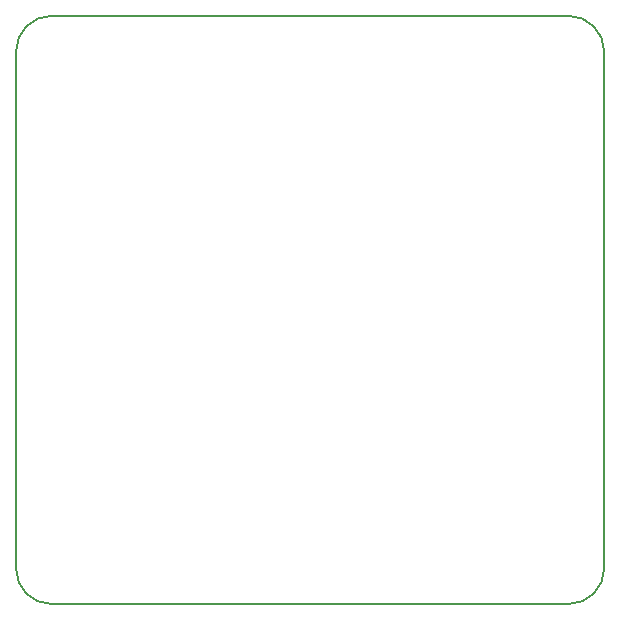
<source format=gm1>
G04 #@! TF.GenerationSoftware,KiCad,Pcbnew,8.0.7*
G04 #@! TF.CreationDate,2025-01-11T17:49:49-05:00*
G04 #@! TF.ProjectId,STM32H750VBT6_Minimalistic_Design,53544d33-3248-4373-9530-564254365f4d,rev?*
G04 #@! TF.SameCoordinates,Original*
G04 #@! TF.FileFunction,Profile,NP*
%FSLAX46Y46*%
G04 Gerber Fmt 4.6, Leading zero omitted, Abs format (unit mm)*
G04 Created by KiCad (PCBNEW 8.0.7) date 2025-01-11 17:49:49*
%MOMM*%
%LPD*%
G01*
G04 APERTURE LIST*
G04 #@! TA.AperFunction,Profile*
%ADD10C,0.200000*%
G04 #@! TD*
G04 APERTURE END LIST*
D10*
X120600000Y-129400000D02*
G75*
G02*
X117600000Y-126400000I0J3000000D01*
G01*
X167400000Y-126400000D02*
G75*
G02*
X164400000Y-129400000I-3000000J0D01*
G01*
X117600000Y-82600000D02*
G75*
G02*
X120600000Y-79600000I3000000J0D01*
G01*
X164400000Y-79600000D02*
G75*
G02*
X167400000Y-82600000I0J-3000000D01*
G01*
X117600000Y-126400000D02*
X117600000Y-82600000D01*
X164400000Y-129400000D02*
X120600000Y-129400000D01*
X167400000Y-82600000D02*
X167400000Y-126400000D01*
X120600000Y-79600000D02*
X164400000Y-79600000D01*
M02*

</source>
